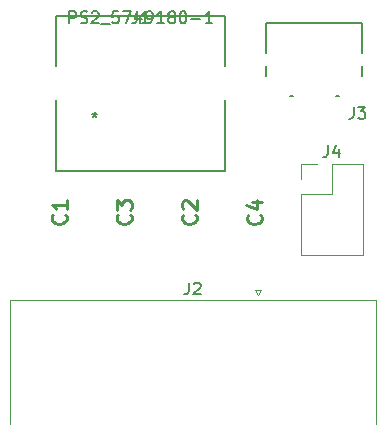
<source format=gbr>
%TF.GenerationSoftware,KiCad,Pcbnew,(5.1.9)-1*%
%TF.CreationDate,2021-03-28T16:21:23+02:00*%
%TF.ProjectId,UPL_Mouse,55504c5f-4d6f-4757-9365-2e6b69636164,rev?*%
%TF.SameCoordinates,Original*%
%TF.FileFunction,Legend,Top*%
%TF.FilePolarity,Positive*%
%FSLAX46Y46*%
G04 Gerber Fmt 4.6, Leading zero omitted, Abs format (unit mm)*
G04 Created by KiCad (PCBNEW (5.1.9)-1) date 2021-03-28 16:21:23*
%MOMM*%
%LPD*%
G01*
G04 APERTURE LIST*
%ADD10C,0.152400*%
%ADD11C,0.120000*%
%ADD12C,0.150000*%
%ADD13C,0.254000*%
G04 APERTURE END LIST*
D10*
%TO.C,J1*%
X119631500Y-109550400D02*
X133880900Y-109550400D01*
X133880900Y-109550400D02*
X133880900Y-103576555D01*
X133880900Y-96469400D02*
X119631500Y-96469400D01*
X119631500Y-96469400D02*
X119631500Y-100639845D01*
X119631500Y-103576555D02*
X119631500Y-109550400D01*
X133880900Y-100639845D02*
X133880900Y-96469400D01*
%TO.C,J3*%
X145521300Y-97049300D02*
X137418700Y-97049300D01*
X137418700Y-97049300D02*
X137418700Y-99538980D01*
X139402839Y-103170699D02*
X139634060Y-103170699D01*
X145521300Y-101516421D02*
X145521300Y-100648417D01*
X143305940Y-103170699D02*
X143537161Y-103170699D01*
X145521300Y-99538980D02*
X145521300Y-97049300D01*
X137418700Y-100648417D02*
X137418700Y-101516421D01*
D11*
%TO.C,J4*%
X140350000Y-116670000D02*
X145550000Y-116670000D01*
X140350000Y-111530000D02*
X140350000Y-116670000D01*
X145550000Y-108930000D02*
X145550000Y-116670000D01*
X140350000Y-111530000D02*
X142950000Y-111530000D01*
X142950000Y-111530000D02*
X142950000Y-108930000D01*
X142950000Y-108930000D02*
X145550000Y-108930000D01*
X140350000Y-110260000D02*
X140350000Y-108930000D01*
X140350000Y-108930000D02*
X141680000Y-108930000D01*
%TO.C,J2*%
X136720000Y-120028675D02*
X136470000Y-119595662D01*
X136970000Y-119595662D02*
X136720000Y-120028675D01*
X136470000Y-119595662D02*
X136970000Y-119595662D01*
X146665000Y-120490000D02*
X146665000Y-130970000D01*
X115695000Y-120490000D02*
X146665000Y-120490000D01*
X115695000Y-130970000D02*
X115695000Y-120490000D01*
%TO.C,J1*%
D12*
X126422866Y-96048780D02*
X126422866Y-96763066D01*
X126375247Y-96905923D01*
X126280009Y-97001161D01*
X126137152Y-97048780D01*
X126041914Y-97048780D01*
X127422866Y-97048780D02*
X126851438Y-97048780D01*
X127137152Y-97048780D02*
X127137152Y-96048780D01*
X127041914Y-96191638D01*
X126946676Y-96286876D01*
X126851438Y-96334495D01*
X120732390Y-97048780D02*
X120732390Y-96048780D01*
X121113342Y-96048780D01*
X121208580Y-96096400D01*
X121256200Y-96144019D01*
X121303819Y-96239257D01*
X121303819Y-96382114D01*
X121256200Y-96477352D01*
X121208580Y-96524971D01*
X121113342Y-96572590D01*
X120732390Y-96572590D01*
X121684771Y-97001161D02*
X121827628Y-97048780D01*
X122065723Y-97048780D01*
X122160961Y-97001161D01*
X122208580Y-96953542D01*
X122256200Y-96858304D01*
X122256200Y-96763066D01*
X122208580Y-96667828D01*
X122160961Y-96620209D01*
X122065723Y-96572590D01*
X121875247Y-96524971D01*
X121780009Y-96477352D01*
X121732390Y-96429733D01*
X121684771Y-96334495D01*
X121684771Y-96239257D01*
X121732390Y-96144019D01*
X121780009Y-96096400D01*
X121875247Y-96048780D01*
X122113342Y-96048780D01*
X122256200Y-96096400D01*
X122637152Y-96144019D02*
X122684771Y-96096400D01*
X122780009Y-96048780D01*
X123018104Y-96048780D01*
X123113342Y-96096400D01*
X123160961Y-96144019D01*
X123208580Y-96239257D01*
X123208580Y-96334495D01*
X123160961Y-96477352D01*
X122589533Y-97048780D01*
X123208580Y-97048780D01*
X123399057Y-97144019D02*
X124160961Y-97144019D01*
X124875247Y-96048780D02*
X124399057Y-96048780D01*
X124351438Y-96524971D01*
X124399057Y-96477352D01*
X124494295Y-96429733D01*
X124732390Y-96429733D01*
X124827628Y-96477352D01*
X124875247Y-96524971D01*
X124922866Y-96620209D01*
X124922866Y-96858304D01*
X124875247Y-96953542D01*
X124827628Y-97001161D01*
X124732390Y-97048780D01*
X124494295Y-97048780D01*
X124399057Y-97001161D01*
X124351438Y-96953542D01*
X125256200Y-96048780D02*
X125922866Y-96048780D01*
X125494295Y-97048780D01*
X126732390Y-96382114D02*
X126732390Y-97048780D01*
X126494295Y-96001161D02*
X126256200Y-96715447D01*
X126875247Y-96715447D01*
X127303819Y-97048780D02*
X127494295Y-97048780D01*
X127589533Y-97001161D01*
X127637152Y-96953542D01*
X127732390Y-96810685D01*
X127780009Y-96620209D01*
X127780009Y-96239257D01*
X127732390Y-96144019D01*
X127684771Y-96096400D01*
X127589533Y-96048780D01*
X127399057Y-96048780D01*
X127303819Y-96096400D01*
X127256200Y-96144019D01*
X127208580Y-96239257D01*
X127208580Y-96477352D01*
X127256200Y-96572590D01*
X127303819Y-96620209D01*
X127399057Y-96667828D01*
X127589533Y-96667828D01*
X127684771Y-96620209D01*
X127732390Y-96572590D01*
X127780009Y-96477352D01*
X128732390Y-97048780D02*
X128160961Y-97048780D01*
X128446676Y-97048780D02*
X128446676Y-96048780D01*
X128351438Y-96191638D01*
X128256200Y-96286876D01*
X128160961Y-96334495D01*
X129303819Y-96477352D02*
X129208580Y-96429733D01*
X129160961Y-96382114D01*
X129113342Y-96286876D01*
X129113342Y-96239257D01*
X129160961Y-96144019D01*
X129208580Y-96096400D01*
X129303819Y-96048780D01*
X129494295Y-96048780D01*
X129589533Y-96096400D01*
X129637152Y-96144019D01*
X129684771Y-96239257D01*
X129684771Y-96286876D01*
X129637152Y-96382114D01*
X129589533Y-96429733D01*
X129494295Y-96477352D01*
X129303819Y-96477352D01*
X129208580Y-96524971D01*
X129160961Y-96572590D01*
X129113342Y-96667828D01*
X129113342Y-96858304D01*
X129160961Y-96953542D01*
X129208580Y-97001161D01*
X129303819Y-97048780D01*
X129494295Y-97048780D01*
X129589533Y-97001161D01*
X129637152Y-96953542D01*
X129684771Y-96858304D01*
X129684771Y-96667828D01*
X129637152Y-96572590D01*
X129589533Y-96524971D01*
X129494295Y-96477352D01*
X130303819Y-96048780D02*
X130399057Y-96048780D01*
X130494295Y-96096400D01*
X130541914Y-96144019D01*
X130589533Y-96239257D01*
X130637152Y-96429733D01*
X130637152Y-96667828D01*
X130589533Y-96858304D01*
X130541914Y-96953542D01*
X130494295Y-97001161D01*
X130399057Y-97048780D01*
X130303819Y-97048780D01*
X130208580Y-97001161D01*
X130160961Y-96953542D01*
X130113342Y-96858304D01*
X130065723Y-96667828D01*
X130065723Y-96429733D01*
X130113342Y-96239257D01*
X130160961Y-96144019D01*
X130208580Y-96096400D01*
X130303819Y-96048780D01*
X131065723Y-96667828D02*
X131827628Y-96667828D01*
X132827628Y-97048780D02*
X132256200Y-97048780D01*
X132541914Y-97048780D02*
X132541914Y-96048780D01*
X132446676Y-96191638D01*
X132351438Y-96286876D01*
X132256200Y-96334495D01*
X122870000Y-104552380D02*
X122870000Y-104790476D01*
X122631904Y-104695238D02*
X122870000Y-104790476D01*
X123108095Y-104695238D01*
X122727142Y-104980952D02*
X122870000Y-104790476D01*
X123012857Y-104980952D01*
%TO.C,J3*%
X144796666Y-104132380D02*
X144796666Y-104846666D01*
X144749047Y-104989523D01*
X144653809Y-105084761D01*
X144510952Y-105132380D01*
X144415714Y-105132380D01*
X145177619Y-104132380D02*
X145796666Y-104132380D01*
X145463333Y-104513333D01*
X145606190Y-104513333D01*
X145701428Y-104560952D01*
X145749047Y-104608571D01*
X145796666Y-104703809D01*
X145796666Y-104941904D01*
X145749047Y-105037142D01*
X145701428Y-105084761D01*
X145606190Y-105132380D01*
X145320476Y-105132380D01*
X145225238Y-105084761D01*
X145177619Y-105037142D01*
%TO.C,C4*%
D13*
X136908571Y-113261666D02*
X136969047Y-113322142D01*
X137029523Y-113503571D01*
X137029523Y-113624523D01*
X136969047Y-113805952D01*
X136848095Y-113926904D01*
X136727142Y-113987380D01*
X136485238Y-114047857D01*
X136303809Y-114047857D01*
X136061904Y-113987380D01*
X135940952Y-113926904D01*
X135820000Y-113805952D01*
X135759523Y-113624523D01*
X135759523Y-113503571D01*
X135820000Y-113322142D01*
X135880476Y-113261666D01*
X136182857Y-112173095D02*
X137029523Y-112173095D01*
X135699047Y-112475476D02*
X136606190Y-112777857D01*
X136606190Y-111991666D01*
%TO.C,C3*%
X125878571Y-113241666D02*
X125939047Y-113302142D01*
X125999523Y-113483571D01*
X125999523Y-113604523D01*
X125939047Y-113785952D01*
X125818095Y-113906904D01*
X125697142Y-113967380D01*
X125455238Y-114027857D01*
X125273809Y-114027857D01*
X125031904Y-113967380D01*
X124910952Y-113906904D01*
X124790000Y-113785952D01*
X124729523Y-113604523D01*
X124729523Y-113483571D01*
X124790000Y-113302142D01*
X124850476Y-113241666D01*
X124729523Y-112818333D02*
X124729523Y-112032142D01*
X125213333Y-112455476D01*
X125213333Y-112274047D01*
X125273809Y-112153095D01*
X125334285Y-112092619D01*
X125455238Y-112032142D01*
X125757619Y-112032142D01*
X125878571Y-112092619D01*
X125939047Y-112153095D01*
X125999523Y-112274047D01*
X125999523Y-112636904D01*
X125939047Y-112757857D01*
X125878571Y-112818333D01*
%TO.C,C2*%
X131408571Y-113241666D02*
X131469047Y-113302142D01*
X131529523Y-113483571D01*
X131529523Y-113604523D01*
X131469047Y-113785952D01*
X131348095Y-113906904D01*
X131227142Y-113967380D01*
X130985238Y-114027857D01*
X130803809Y-114027857D01*
X130561904Y-113967380D01*
X130440952Y-113906904D01*
X130320000Y-113785952D01*
X130259523Y-113604523D01*
X130259523Y-113483571D01*
X130320000Y-113302142D01*
X130380476Y-113241666D01*
X130380476Y-112757857D02*
X130320000Y-112697380D01*
X130259523Y-112576428D01*
X130259523Y-112274047D01*
X130320000Y-112153095D01*
X130380476Y-112092619D01*
X130501428Y-112032142D01*
X130622380Y-112032142D01*
X130803809Y-112092619D01*
X131529523Y-112818333D01*
X131529523Y-112032142D01*
%TO.C,C1*%
X120368571Y-113241666D02*
X120429047Y-113302142D01*
X120489523Y-113483571D01*
X120489523Y-113604523D01*
X120429047Y-113785952D01*
X120308095Y-113906904D01*
X120187142Y-113967380D01*
X119945238Y-114027857D01*
X119763809Y-114027857D01*
X119521904Y-113967380D01*
X119400952Y-113906904D01*
X119280000Y-113785952D01*
X119219523Y-113604523D01*
X119219523Y-113483571D01*
X119280000Y-113302142D01*
X119340476Y-113241666D01*
X120489523Y-112032142D02*
X120489523Y-112757857D01*
X120489523Y-112395000D02*
X119219523Y-112395000D01*
X119400952Y-112515952D01*
X119521904Y-112636904D01*
X119582380Y-112757857D01*
%TO.C,J4*%
D12*
X142616666Y-107382380D02*
X142616666Y-108096666D01*
X142569047Y-108239523D01*
X142473809Y-108334761D01*
X142330952Y-108382380D01*
X142235714Y-108382380D01*
X143521428Y-107715714D02*
X143521428Y-108382380D01*
X143283333Y-107334761D02*
X143045238Y-108049047D01*
X143664285Y-108049047D01*
%TO.C,J2*%
X130846666Y-119002380D02*
X130846666Y-119716666D01*
X130799047Y-119859523D01*
X130703809Y-119954761D01*
X130560952Y-120002380D01*
X130465714Y-120002380D01*
X131275238Y-119097619D02*
X131322857Y-119050000D01*
X131418095Y-119002380D01*
X131656190Y-119002380D01*
X131751428Y-119050000D01*
X131799047Y-119097619D01*
X131846666Y-119192857D01*
X131846666Y-119288095D01*
X131799047Y-119430952D01*
X131227619Y-120002380D01*
X131846666Y-120002380D01*
%TD*%
M02*

</source>
